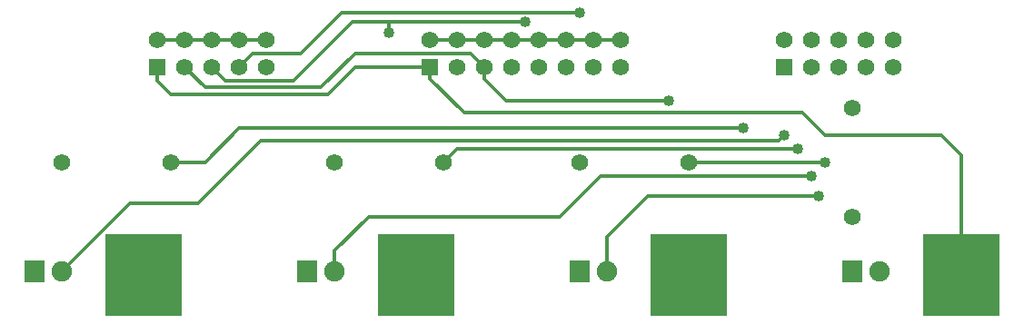
<source format=gbr>
G04 #@! TF.GenerationSoftware,KiCad,Pcbnew,(5.0.1)-3*
G04 #@! TF.CreationDate,2018-12-07T13:03:12-08:00*
G04 #@! TF.ProjectId,500-1073-Quad-Banana-Jack,3530302D313037332D517561642D4261,rev?*
G04 #@! TF.SameCoordinates,Original*
G04 #@! TF.FileFunction,Copper,L2,Bot,Signal*
G04 #@! TF.FilePolarity,Positive*
%FSLAX46Y46*%
G04 Gerber Fmt 4.6, Leading zero omitted, Abs format (unit mm)*
G04 Created by KiCad (PCBNEW (5.0.1)-3) date 12/7/2018 1:03:12 PM*
%MOMM*%
%LPD*%
G01*
G04 APERTURE LIST*
G04 #@! TA.AperFunction,ComponentPad*
%ADD10R,1.900000X2.000000*%
G04 #@! TD*
G04 #@! TA.AperFunction,ComponentPad*
%ADD11C,1.900000*%
G04 #@! TD*
G04 #@! TA.AperFunction,ComponentPad*
%ADD12R,7.112000X7.620000*%
G04 #@! TD*
G04 #@! TA.AperFunction,ComponentPad*
%ADD13C,1.574800*%
G04 #@! TD*
G04 #@! TA.AperFunction,ComponentPad*
%ADD14R,1.574800X1.574800*%
G04 #@! TD*
G04 #@! TA.AperFunction,ViaPad*
%ADD15C,1.016000*%
G04 #@! TD*
G04 #@! TA.AperFunction,Conductor*
%ADD16C,0.304800*%
G04 #@! TD*
G04 APERTURE END LIST*
D10*
G04 #@! TO.P,D1,1*
G04 #@! TO.N,Net-(D1-Pad1)*
X185420000Y-147320000D03*
D11*
G04 #@! TO.P,D1,2*
G04 #@! TO.N,Net-(D1-Pad2)*
X187960000Y-147320000D03*
G04 #@! TD*
D10*
G04 #@! TO.P,D2,1*
G04 #@! TO.N,Net-(D2-Pad1)*
X160020000Y-147320000D03*
D11*
G04 #@! TO.P,D2,2*
G04 #@! TO.N,Net-(D2-Pad2)*
X162560000Y-147320000D03*
G04 #@! TD*
D10*
G04 #@! TO.P,D3,1*
G04 #@! TO.N,Net-(D3-Pad1)*
X134620000Y-147320000D03*
D11*
G04 #@! TO.P,D3,2*
G04 #@! TO.N,Net-(D3-Pad2)*
X137160000Y-147320000D03*
G04 #@! TD*
D10*
G04 #@! TO.P,D4,1*
G04 #@! TO.N,Net-(D4-Pad1)*
X109220000Y-147320000D03*
D11*
G04 #@! TO.P,D4,2*
G04 #@! TO.N,Net-(D4-Pad2)*
X111760000Y-147320000D03*
G04 #@! TD*
D12*
G04 #@! TO.P,P1,1*
G04 #@! TO.N,Net-(P1-Pad1)*
X195580000Y-147701000D03*
G04 #@! TD*
G04 #@! TO.P,P2,1*
G04 #@! TO.N,Net-(P2-Pad1)*
X170180000Y-147701000D03*
G04 #@! TD*
G04 #@! TO.P,P3,1*
G04 #@! TO.N,Net-(P3-Pad1)*
X144780000Y-147701000D03*
G04 #@! TD*
G04 #@! TO.P,P4,1*
G04 #@! TO.N,Net-(P4-Pad1)*
X119380000Y-147701000D03*
G04 #@! TD*
D13*
G04 #@! TO.P,R1,1*
G04 #@! TO.N,Net-(D1-Pad1)*
X185420000Y-142240000D03*
G04 #@! TO.P,R1,2*
G04 #@! TO.N,Net-(P5-Pad8)*
X185420000Y-132080000D03*
G04 #@! TD*
G04 #@! TO.P,R2,1*
G04 #@! TO.N,Net-(D2-Pad1)*
X160020000Y-137160000D03*
G04 #@! TO.P,R2,2*
G04 #@! TO.N,Net-(P5-Pad6)*
X170180000Y-137160000D03*
G04 #@! TD*
G04 #@! TO.P,R3,1*
G04 #@! TO.N,Net-(D3-Pad1)*
X137160000Y-137160000D03*
G04 #@! TO.P,R3,2*
G04 #@! TO.N,Net-(P5-Pad4)*
X147320000Y-137160000D03*
G04 #@! TD*
G04 #@! TO.P,R4,1*
G04 #@! TO.N,Net-(D4-Pad1)*
X111760000Y-137160000D03*
G04 #@! TO.P,R4,2*
G04 #@! TO.N,Net-(P5-Pad2)*
X121920000Y-137160000D03*
G04 #@! TD*
G04 #@! TO.P,P5,10*
G04 #@! TO.N,N/C*
X189230000Y-125730000D03*
G04 #@! TO.P,P5,9*
X189230000Y-128270000D03*
G04 #@! TO.P,P5,8*
G04 #@! TO.N,Net-(P5-Pad8)*
X186690000Y-125730000D03*
G04 #@! TO.P,P5,7*
G04 #@! TO.N,Net-(D1-Pad2)*
X186690000Y-128270000D03*
G04 #@! TO.P,P5,6*
G04 #@! TO.N,Net-(P5-Pad6)*
X184150000Y-125730000D03*
G04 #@! TO.P,P5,5*
G04 #@! TO.N,Net-(D2-Pad2)*
X184150000Y-128270000D03*
G04 #@! TO.P,P5,4*
G04 #@! TO.N,Net-(P5-Pad4)*
X181610000Y-125730000D03*
G04 #@! TO.P,P5,3*
G04 #@! TO.N,Net-(D3-Pad2)*
X181610000Y-128270000D03*
G04 #@! TO.P,P5,2*
G04 #@! TO.N,Net-(P5-Pad2)*
X179070000Y-125730000D03*
D14*
G04 #@! TO.P,P5,1*
G04 #@! TO.N,Net-(D4-Pad2)*
X179070000Y-128270000D03*
G04 #@! TD*
G04 #@! TO.P,P6,1*
G04 #@! TO.N,Net-(P1-Pad1)*
X146050000Y-128270000D03*
D13*
G04 #@! TO.P,P6,2*
G04 #@! TO.N,Net-(P6-Pad10)*
X146050000Y-125730000D03*
G04 #@! TO.P,P6,3*
G04 #@! TO.N,N/C*
X148590000Y-128270000D03*
G04 #@! TO.P,P6,4*
G04 #@! TO.N,Net-(P6-Pad10)*
X148590000Y-125730000D03*
G04 #@! TO.P,P6,5*
G04 #@! TO.N,Net-(P2-Pad1)*
X151130000Y-128270000D03*
G04 #@! TO.P,P6,6*
G04 #@! TO.N,Net-(P6-Pad10)*
X151130000Y-125730000D03*
G04 #@! TO.P,P6,7*
G04 #@! TO.N,N/C*
X153670000Y-128270000D03*
G04 #@! TO.P,P6,8*
G04 #@! TO.N,Net-(P6-Pad10)*
X153670000Y-125730000D03*
G04 #@! TO.P,P6,9*
G04 #@! TO.N,Net-(P3-Pad1)*
X156210000Y-128270000D03*
G04 #@! TO.P,P6,10*
G04 #@! TO.N,Net-(P6-Pad10)*
X156210000Y-125730000D03*
G04 #@! TO.P,P6,11*
G04 #@! TO.N,N/C*
X158750000Y-128270000D03*
G04 #@! TO.P,P6,12*
G04 #@! TO.N,Net-(P6-Pad10)*
X158750000Y-125730000D03*
G04 #@! TO.P,P6,13*
G04 #@! TO.N,Net-(P4-Pad1)*
X161290000Y-128270000D03*
G04 #@! TO.P,P6,14*
G04 #@! TO.N,Net-(P6-Pad10)*
X161290000Y-125730000D03*
G04 #@! TO.P,P6,15*
G04 #@! TO.N,N/C*
X163830000Y-128270000D03*
G04 #@! TO.P,P6,16*
G04 #@! TO.N,Net-(P6-Pad10)*
X163830000Y-125730000D03*
G04 #@! TD*
D14*
G04 #@! TO.P,P7,1*
G04 #@! TO.N,Net-(P1-Pad1)*
X120650000Y-128270000D03*
D13*
G04 #@! TO.P,P7,2*
G04 #@! TO.N,Net-(P7-Pad10)*
X120650000Y-125730000D03*
G04 #@! TO.P,P7,3*
G04 #@! TO.N,Net-(P2-Pad1)*
X123190000Y-128270000D03*
G04 #@! TO.P,P7,4*
G04 #@! TO.N,Net-(P7-Pad10)*
X123190000Y-125730000D03*
G04 #@! TO.P,P7,5*
G04 #@! TO.N,Net-(P3-Pad1)*
X125730000Y-128270000D03*
G04 #@! TO.P,P7,6*
G04 #@! TO.N,Net-(P7-Pad10)*
X125730000Y-125730000D03*
G04 #@! TO.P,P7,7*
G04 #@! TO.N,Net-(P4-Pad1)*
X128270000Y-128270000D03*
G04 #@! TO.P,P7,8*
G04 #@! TO.N,Net-(P7-Pad10)*
X128270000Y-125730000D03*
G04 #@! TO.P,P7,9*
X130810000Y-128270000D03*
G04 #@! TO.P,P7,10*
X130810000Y-125730000D03*
G04 #@! TD*
D15*
G04 #@! TO.N,Net-(D2-Pad2)*
X182245000Y-140335000D03*
G04 #@! TO.N,Net-(D3-Pad2)*
X181610000Y-138430000D03*
G04 #@! TO.N,Net-(D4-Pad2)*
X179070000Y-134620000D03*
G04 #@! TO.N,Net-(P2-Pad1)*
X168275000Y-131445000D03*
G04 #@! TO.N,Net-(P3-Pad1)*
X154940000Y-124050410D03*
X142240000Y-125095000D03*
G04 #@! TO.N,Net-(P4-Pad1)*
X160020000Y-123190000D03*
G04 #@! TO.N,Net-(P5-Pad2)*
X175260000Y-133985000D03*
G04 #@! TO.N,Net-(P5-Pad4)*
X180340000Y-135890000D03*
G04 #@! TO.N,Net-(P5-Pad6)*
X182880000Y-137160000D03*
G04 #@! TD*
D16*
G04 #@! TO.N,Net-(D2-Pad2)*
X162560000Y-144145000D02*
X162560000Y-147320000D01*
X182245000Y-140335000D02*
X166370000Y-140335000D01*
X166370000Y-140335000D02*
X162560000Y-144145000D01*
G04 #@! TO.N,Net-(D3-Pad2)*
X181610000Y-138430000D02*
X161925000Y-138430000D01*
X161925000Y-138430000D02*
X158115000Y-142240000D01*
X158115000Y-142240000D02*
X140335000Y-142240000D01*
X140335000Y-142240000D02*
X137160000Y-145415000D01*
X137160000Y-145415000D02*
X137160000Y-147320000D01*
G04 #@! TO.N,Net-(D4-Pad2)*
X118110000Y-140970000D02*
X112709999Y-146370001D01*
X112709999Y-146370001D02*
X111760000Y-147320000D01*
X124460000Y-140970000D02*
X118110000Y-140970000D01*
X130302001Y-135127999D02*
X124460000Y-140970000D01*
X178562001Y-135127999D02*
X130302001Y-135127999D01*
X179070000Y-134620000D02*
X178562001Y-135127999D01*
G04 #@! TO.N,Net-(P1-Pad1)*
X120650000Y-128270000D02*
X120650000Y-129540000D01*
X120650000Y-129540000D02*
X121920000Y-130810000D01*
X121920000Y-130810000D02*
X136525000Y-130810000D01*
X139065000Y-128270000D02*
X146050000Y-128270000D01*
X136525000Y-130810000D02*
X139065000Y-128270000D01*
X146050000Y-129362200D02*
X149225000Y-132537200D01*
X146050000Y-128270000D02*
X146050000Y-129362200D01*
X149225000Y-132537200D02*
X180797200Y-132537200D01*
X180797200Y-132537200D02*
X182880000Y-134620000D01*
X182880000Y-134620000D02*
X193675000Y-134620000D01*
X193675000Y-134620000D02*
X195580000Y-136525000D01*
X195580000Y-136525000D02*
X195580000Y-147701000D01*
G04 #@! TO.N,Net-(P2-Pad1)*
X123190000Y-128270000D02*
X125095000Y-130175000D01*
X125095000Y-130175000D02*
X135890000Y-130175000D01*
X135890000Y-130175000D02*
X139065000Y-127000000D01*
X139065000Y-127000000D02*
X149860000Y-127000000D01*
X149860000Y-127000000D02*
X151130000Y-128270000D01*
X151130000Y-129383551D02*
X153191449Y-131445000D01*
X151130000Y-128270000D02*
X151130000Y-129383551D01*
X153191449Y-131445000D02*
X168275000Y-131445000D01*
G04 #@! TO.N,Net-(P3-Pad1)*
X154221580Y-124050410D02*
X154940000Y-124050410D01*
X125730000Y-128270000D02*
X127000000Y-129540000D01*
X133350000Y-129540000D02*
X138839590Y-124050410D01*
X127000000Y-129540000D02*
X133350000Y-129540000D01*
X142240000Y-125095000D02*
X142240000Y-124050410D01*
X138839590Y-124050410D02*
X142240000Y-124050410D01*
X142240000Y-124050410D02*
X154221580Y-124050410D01*
G04 #@! TO.N,Net-(P4-Pad1)*
X128270000Y-128270000D02*
X129540000Y-127000000D01*
X129540000Y-127000000D02*
X133985000Y-127000000D01*
X133985000Y-127000000D02*
X137795000Y-123190000D01*
X137795000Y-123190000D02*
X160020000Y-123190000D01*
G04 #@! TO.N,Net-(P5-Pad2)*
X121920000Y-137160000D02*
X125095000Y-137160000D01*
X125095000Y-137160000D02*
X128270000Y-133985000D01*
X128270000Y-133985000D02*
X175260000Y-133985000D01*
G04 #@! TO.N,Net-(P5-Pad4)*
X148590000Y-135890000D02*
X147320000Y-137160000D01*
X180340000Y-135890000D02*
X148590000Y-135890000D01*
G04 #@! TO.N,Net-(P5-Pad6)*
X182880000Y-137160000D02*
X170180000Y-137160000D01*
G04 #@! TO.N,Net-(P6-Pad10)*
X146050000Y-125730000D02*
X148590000Y-125730000D01*
X148590000Y-125730000D02*
X151130000Y-125730000D01*
X151130000Y-125730000D02*
X153670000Y-125730000D01*
X153670000Y-125730000D02*
X156210000Y-125730000D01*
X156210000Y-125730000D02*
X158750000Y-125730000D01*
X158750000Y-125730000D02*
X161290000Y-125730000D01*
X161290000Y-125730000D02*
X163830000Y-125730000D01*
G04 #@! TO.N,Net-(P7-Pad10)*
X120650000Y-125730000D02*
X123190000Y-125730000D01*
X123190000Y-125730000D02*
X125730000Y-125730000D01*
X125730000Y-125730000D02*
X128270000Y-125730000D01*
X128270000Y-125730000D02*
X130810000Y-125730000D01*
G04 #@! TD*
M02*

</source>
